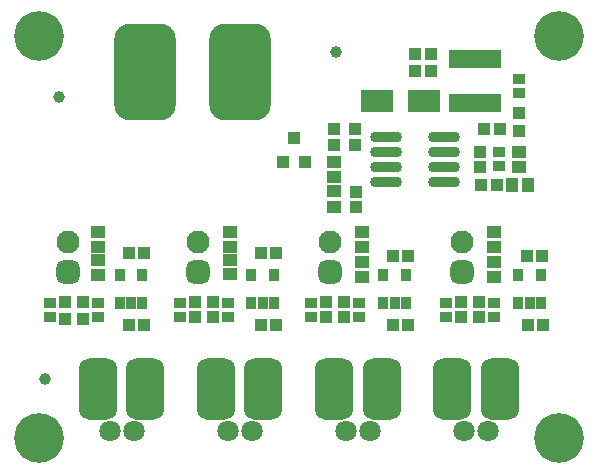
<source format=gts>
G04 Layer_Color=20142*
%FSAX25Y25*%
%MOIN*%
G70*
G01*
G75*
%ADD11C,0.03937*%
G04:AMPARAMS|DCode=46|XSize=126.11mil|YSize=204.85mil|CornerRadius=33.53mil|HoleSize=0mil|Usage=FLASHONLY|Rotation=0.000|XOffset=0mil|YOffset=0mil|HoleType=Round|Shape=RoundedRectangle|*
%AMROUNDEDRECTD46*
21,1,0.12611,0.13780,0,0,0.0*
21,1,0.05906,0.20485,0,0,0.0*
1,1,0.06706,0.02953,-0.06890*
1,1,0.06706,-0.02953,-0.06890*
1,1,0.06706,-0.02953,0.06890*
1,1,0.06706,0.02953,0.06890*
%
%ADD46ROUNDEDRECTD46*%
%ADD47R,0.03359X0.04343*%
%ADD48R,0.04540X0.03950*%
%ADD49R,0.04147X0.03556*%
%ADD50R,0.04934X0.04343*%
%ADD51R,0.03950X0.03950*%
%ADD52R,0.03950X0.03950*%
%ADD53R,0.04147X0.04343*%
%ADD54R,0.04343X0.04147*%
%ADD55O,0.10642X0.03556*%
%ADD56R,0.10642X0.07493*%
%ADD57R,0.03950X0.04343*%
%ADD58R,0.04343X0.04934*%
%ADD59R,0.17335X0.06312*%
%ADD60C,0.16548*%
G04:AMPARAMS|DCode=61|XSize=204.85mil|YSize=322.96mil|CornerRadius=53.21mil|HoleSize=0mil|Usage=FLASHONLY|Rotation=0.000|XOffset=0mil|YOffset=0mil|HoleType=Round|Shape=RoundedRectangle|*
%AMROUNDEDRECTD61*
21,1,0.20485,0.21654,0,0,0.0*
21,1,0.09843,0.32296,0,0,0.0*
1,1,0.10642,0.04921,-0.10827*
1,1,0.10642,-0.04921,-0.10827*
1,1,0.10642,-0.04921,0.10827*
1,1,0.10642,0.04921,0.10827*
%
%ADD61ROUNDEDRECTD61*%
G04:AMPARAMS|DCode=62|XSize=76.9mil|YSize=76.9mil|CornerRadius=21.22mil|HoleSize=0mil|Usage=FLASHONLY|Rotation=270.000|XOffset=0mil|YOffset=0mil|HoleType=Round|Shape=RoundedRectangle|*
%AMROUNDEDRECTD62*
21,1,0.07690,0.03445,0,0,270.0*
21,1,0.03445,0.07690,0,0,270.0*
1,1,0.04245,-0.01722,-0.01722*
1,1,0.04245,-0.01722,0.01722*
1,1,0.04245,0.01722,0.01722*
1,1,0.04245,0.01722,-0.01722*
%
%ADD62ROUNDEDRECTD62*%
%ADD63C,0.07690*%
%ADD64C,0.07099*%
%ADD65C,0.02769*%
D11*
X0119504Y0225590D02*
D03*
X0211630Y0240551D02*
D03*
X0114779Y0131496D02*
D03*
D46*
X0187614Y0127953D02*
D03*
X0171866D02*
D03*
X0132496D02*
D03*
X0148244D02*
D03*
X0266354D02*
D03*
X0250606D02*
D03*
X0211236D02*
D03*
X0226984D02*
D03*
D47*
X0227609Y0166224D02*
D03*
X0235090D02*
D03*
Y0156775D02*
D03*
X0231350D02*
D03*
X0227609D02*
D03*
X0183609Y0166224D02*
D03*
X0191090D02*
D03*
Y0156775D02*
D03*
X0187350D02*
D03*
X0183609D02*
D03*
X0139719Y0166099D02*
D03*
X0147199D02*
D03*
Y0156650D02*
D03*
X0143459D02*
D03*
X0139719D02*
D03*
X0272609Y0166224D02*
D03*
X0280090D02*
D03*
Y0156775D02*
D03*
X0276350D02*
D03*
X0272609D02*
D03*
D48*
X0264350Y0170461D02*
D03*
Y0165539D02*
D03*
X0220291Y0175539D02*
D03*
Y0180461D02*
D03*
Y0170461D02*
D03*
Y0165539D02*
D03*
X0176350Y0175539D02*
D03*
Y0180461D02*
D03*
Y0171197D02*
D03*
Y0166276D02*
D03*
X0132350Y0175539D02*
D03*
Y0180461D02*
D03*
Y0170961D02*
D03*
Y0166039D02*
D03*
X0272768Y0207126D02*
D03*
Y0202205D02*
D03*
X0211268Y0198705D02*
D03*
Y0203626D02*
D03*
X0264350Y0175539D02*
D03*
Y0180461D02*
D03*
D49*
X0248350Y0152236D02*
D03*
Y0156764D02*
D03*
X0219350D02*
D03*
Y0152236D02*
D03*
X0203350D02*
D03*
Y0156764D02*
D03*
X0175850D02*
D03*
Y0152236D02*
D03*
X0159850D02*
D03*
Y0156764D02*
D03*
X0132350Y0156764D02*
D03*
Y0152236D02*
D03*
X0116350Y0152236D02*
D03*
Y0156764D02*
D03*
X0272768Y0226902D02*
D03*
Y0231429D02*
D03*
X0265961Y0202461D02*
D03*
Y0206988D02*
D03*
X0264350Y0156764D02*
D03*
Y0152236D02*
D03*
D50*
X0211236Y0188681D02*
D03*
Y0193996D02*
D03*
D51*
X0253397Y0157000D02*
D03*
X0259302D02*
D03*
X0214302Y0152000D02*
D03*
X0208397D02*
D03*
Y0157000D02*
D03*
X0214302D02*
D03*
X0170802Y0152000D02*
D03*
X0164897D02*
D03*
Y0157236D02*
D03*
X0170802D02*
D03*
X0127302Y0151500D02*
D03*
X0121397D02*
D03*
Y0157000D02*
D03*
X0127302D02*
D03*
X0259302Y0152000D02*
D03*
X0253397D02*
D03*
D52*
X0272768Y0220118D02*
D03*
Y0214212D02*
D03*
D53*
X0275291Y0172500D02*
D03*
X0280409D02*
D03*
X0230791Y0149500D02*
D03*
X0235909D02*
D03*
X0230791Y0172500D02*
D03*
X0235909D02*
D03*
X0186791Y0149500D02*
D03*
X0191909D02*
D03*
X0186791Y0173500D02*
D03*
X0191909D02*
D03*
X0142791Y0149500D02*
D03*
X0147909D02*
D03*
X0142791Y0173500D02*
D03*
X0147909D02*
D03*
X0238268Y0234165D02*
D03*
X0243386D02*
D03*
X0238268Y0239665D02*
D03*
X0243386D02*
D03*
X0266327Y0214665D02*
D03*
X0261209D02*
D03*
X0265327Y0196165D02*
D03*
X0260209D02*
D03*
X0275791Y0149500D02*
D03*
X0280909D02*
D03*
D54*
X0259768Y0207224D02*
D03*
Y0202106D02*
D03*
X0218323Y0188779D02*
D03*
Y0193898D02*
D03*
X0218268Y0214724D02*
D03*
Y0209606D02*
D03*
X0211268Y0214724D02*
D03*
Y0209606D02*
D03*
D55*
X0228622Y0212224D02*
D03*
Y0207224D02*
D03*
Y0202224D02*
D03*
Y0197224D02*
D03*
X0247913Y0212224D02*
D03*
Y0207224D02*
D03*
Y0202224D02*
D03*
Y0197224D02*
D03*
D56*
X0241142Y0224165D02*
D03*
X0225394D02*
D03*
D57*
X0197850Y0211811D02*
D03*
X0201590Y0203937D02*
D03*
X0194110D02*
D03*
D58*
X0270610Y0196165D02*
D03*
X0275925D02*
D03*
D59*
X0258268Y0237949D02*
D03*
Y0223382D02*
D03*
D60*
X0112811Y0111811D02*
D03*
Y0245669D02*
D03*
X0286039D02*
D03*
Y0111811D02*
D03*
D61*
X0148244Y0233858D02*
D03*
X0179740D02*
D03*
D62*
X0209850Y0167000D02*
D03*
X0165850D02*
D03*
X0122350Y0167000D02*
D03*
X0253850Y0167000D02*
D03*
D63*
X0209850Y0177000D02*
D03*
X0165850D02*
D03*
X0122350Y0177000D02*
D03*
X0253850Y0177000D02*
D03*
D64*
X0215173Y0114173D02*
D03*
X0223047D02*
D03*
X0262417D02*
D03*
X0254543D02*
D03*
X0136433D02*
D03*
X0144307D02*
D03*
X0183677D02*
D03*
X0175803D02*
D03*
D65*
X0139583Y0242913D02*
D03*
Y0240157D02*
D03*
Y0237402D02*
D03*
Y0234646D02*
D03*
Y0231890D02*
D03*
Y0229134D02*
D03*
Y0226378D02*
D03*
Y0223622D02*
D03*
X0156905Y0242913D02*
D03*
Y0240157D02*
D03*
Y0237402D02*
D03*
Y0234646D02*
D03*
Y0231890D02*
D03*
Y0229134D02*
D03*
Y0226378D02*
D03*
Y0223622D02*
D03*
X0215610Y0134173D02*
D03*
Y0131173D02*
D03*
Y0128173D02*
D03*
Y0125173D02*
D03*
Y0122173D02*
D03*
X0222610Y0134173D02*
D03*
Y0131173D02*
D03*
Y0128173D02*
D03*
Y0125173D02*
D03*
Y0122173D02*
D03*
X0231610Y0134173D02*
D03*
Y0131173D02*
D03*
Y0128173D02*
D03*
Y0125173D02*
D03*
Y0122173D02*
D03*
X0206610Y0134173D02*
D03*
Y0131173D02*
D03*
Y0128173D02*
D03*
Y0125173D02*
D03*
Y0122173D02*
D03*
X0245980D02*
D03*
Y0125173D02*
D03*
Y0128173D02*
D03*
Y0131173D02*
D03*
Y0134173D02*
D03*
X0270980Y0122173D02*
D03*
Y0125173D02*
D03*
Y0128173D02*
D03*
Y0131173D02*
D03*
Y0134173D02*
D03*
X0261980Y0122173D02*
D03*
Y0125173D02*
D03*
Y0128173D02*
D03*
Y0131173D02*
D03*
Y0134173D02*
D03*
X0254980Y0122173D02*
D03*
Y0125173D02*
D03*
Y0128173D02*
D03*
Y0131173D02*
D03*
Y0134173D02*
D03*
X0136870D02*
D03*
Y0131173D02*
D03*
Y0128173D02*
D03*
Y0125173D02*
D03*
Y0122173D02*
D03*
X0143870Y0134173D02*
D03*
Y0131173D02*
D03*
Y0128173D02*
D03*
Y0125173D02*
D03*
Y0122173D02*
D03*
X0152870Y0134173D02*
D03*
Y0131173D02*
D03*
Y0128173D02*
D03*
Y0125173D02*
D03*
Y0122173D02*
D03*
X0127870Y0134173D02*
D03*
Y0131173D02*
D03*
Y0128173D02*
D03*
Y0125173D02*
D03*
Y0122173D02*
D03*
X0167240D02*
D03*
Y0125173D02*
D03*
Y0128173D02*
D03*
Y0131173D02*
D03*
Y0134173D02*
D03*
X0192240Y0122173D02*
D03*
Y0125173D02*
D03*
Y0128173D02*
D03*
Y0131173D02*
D03*
Y0134173D02*
D03*
X0183240Y0122173D02*
D03*
Y0125173D02*
D03*
Y0128173D02*
D03*
Y0131173D02*
D03*
Y0134173D02*
D03*
X0176240Y0122173D02*
D03*
Y0125173D02*
D03*
Y0128173D02*
D03*
Y0131173D02*
D03*
Y0134173D02*
D03*
M02*

</source>
